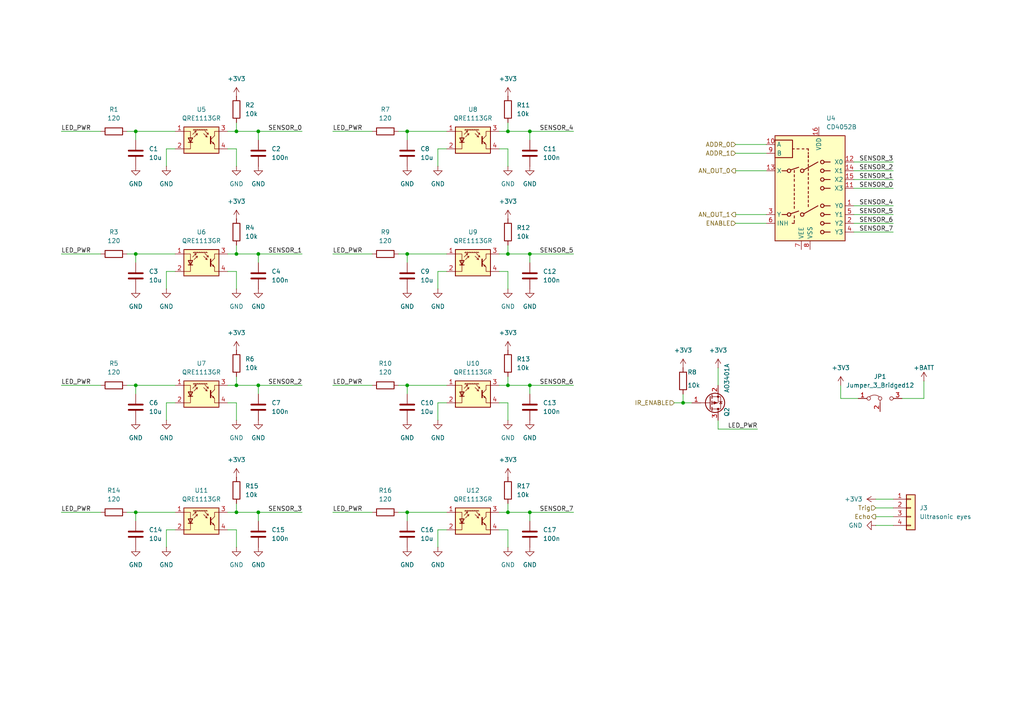
<source format=kicad_sch>
(kicad_sch (version 20250114) (generator "eeschema") (generator_version "9.0")
  (paper "A4")
  (lib_symbols
    (symbol "Analog_Switch:CD4052B"
      (property "Reference" "U" (at -10.16 16.51 0))
      (property "Value" "CD4052B" (at 3.81 16.51 0))
      (symbol "CD4052B_0_1"
        (rectangle (start -10.16 15.24) (end 10.16 -15.24) (stroke (width 0.254)) (fill (type background)))
        (rectangle (start -10.16 8.89) (end -5.08 13.97) (stroke (width 0.254)))
        (polyline (pts (xy -8.128 5.08) (xy -6.604 5.08)) (stroke (width 0.254)))
        (polyline (pts (xy -8.128 -7.62) (xy -6.604 -7.62)) (stroke (width 0.254)))
        (circle (center -6.096 5.08) (radius 0.508) (stroke (width 0.254)))
        (circle (center -6.096 -7.62) (radius 0.508) (stroke (width 0.254)))
        (polyline (pts (xy -5.588 5.334) (xy -3.302 6.096)) (stroke (width 0.254)))
        (polyline (pts (xy -5.588 -7.366) (xy -3.302 -6.604)) (stroke (width 0.254)))
        (polyline (pts (xy -4.572 11.43) (xy -5.08 11.43)) (stroke (width 0.254)))
        (polyline (pts (xy -4.572 4.572) (xy -4.572 5.207)) (stroke (width 0.254)))
        (polyline (pts (xy -4.572 3.302) (xy -4.572 3.937)) (stroke (width 0.254)))
        (polyline (pts (xy -4.572 2.032) (xy -4.572 2.667)) (stroke (width 0.254)))
        (polyline (pts (xy -4.572 0.508) (xy -4.572 1.143)) (stroke (width 0.254)))
        (polyline (pts (xy -4.572 -0.762) (xy -4.572 -0.127)) (stroke (width 0.254)))
        (polyline (pts (xy -4.572 -2.032) (xy -4.572 -1.397)) (stroke (width 0.254)))
        (polyline (pts (xy -4.572 -3.302) (xy -4.572 -2.667)) (stroke (width 0.254)))
        (polyline (pts (xy -4.572 -4.572) (xy -4.572 -3.937)) (stroke (width 0.254)))
        (polyline (pts (xy -4.572 -5.842) (xy -4.572 -5.207)) (stroke (width 0.254)))
        (polyline (pts (xy -4.572 -8.636) (xy -4.572 -8.001)) (stroke (width 0.254)))
        (polyline (pts (xy -4.572 -9.906) (xy -4.572 -9.271)) (stroke (width 0.254)))
        (polyline (pts (xy -4.572 -10.16) (xy -5.207 -10.16)) (stroke (width 0.254)))
        (polyline (pts (xy -3.81 11.43) (xy -3.175 11.43)) (stroke (width 0.254)))
        (circle (center -2.286 5.08) (radius 0.508) (stroke (width 0.254)))
        (circle (center -2.286 -7.62) (radius 0.508) (stroke (width 0.254)))
        (polyline (pts (xy -1.778 11.43) (xy -2.286 11.43)) (stroke (width 0.254)))
        (polyline (pts (xy -1.778 5.334) (xy 2.286 7.62)) (stroke (width 0.254)))
        (polyline (pts (xy -1.778 -7.366) (xy 2.286 -5.08)) (stroke (width 0.254)))
        (polyline (pts (xy -0.508 11.43) (xy -1.016 11.43)) (stroke (width 0.254)))
        (polyline (pts (xy -0.508 10.922) (xy -0.508 11.43)) (stroke (width 0.254)))
        (polyline (pts (xy -0.508 9.906) (xy -0.508 10.414)) (stroke (width 0.254)))
        (polyline (pts (xy -0.508 8.89) (xy -0.508 9.525)) (stroke (width 0.254)))
        (polyline (pts (xy -0.508 8.89) (xy -0.508 9.398)) (stroke (width 0.254)))
        (polyline (pts (xy -0.508 7.62) (xy -0.508 8.255)) (stroke (width 0.254)))
        (polyline (pts (xy -0.508 6.35) (xy -0.508 6.985)) (stroke (width 0.254)))
        (polyline (pts (xy -0.508 5.08) (xy -0.508 5.715)) (stroke (width 0.254)))
        (polyline (pts (xy -0.508 3.81) (xy -0.508 4.445)) (stroke (width 0.254)))
        (polyline (pts (xy -0.508 2.54) (xy -0.508 3.175)) (stroke (width 0.254)))
        (polyline (pts (xy -0.508 1.27) (xy -0.508 1.905)) (stroke (width 0.254)))
        (polyline (pts (xy -0.508 -0.254) (xy -0.508 0.381)) (stroke (width 0.254)))
        (polyline (pts (xy -0.508 -1.524) (xy -0.508 -0.889)) (stroke (width 0.254)))
        (polyline (pts (xy -0.508 -2.794) (xy -0.508 -2.159)) (stroke (width 0.254)))
        (polyline (pts (xy -0.508 -4.064) (xy -0.508 -3.429)) (stroke (width 0.254)))
        (polyline (pts (xy -0.508 -5.334) (xy -0.508 -4.699)) (stroke (width 0.254)))
        (circle (center 3.556 7.62) (radius 0.508) (stroke (width 0.254)))
        (circle (center 3.556 5.08) (radius 0.508) (stroke (width 0.254)))
        (circle (center 3.556 2.54) (radius 0.508) (stroke (width 0.254)))
        (circle (center 3.556 0) (radius 0.508) (stroke (width 0.254)))
        (circle (center 3.556 -5.08) (radius 0.508) (stroke (width 0.254)))
        (circle (center 3.556 -7.62) (radius 0.508) (stroke (width 0.254)))
        (circle (center 3.556 -10.16) (radius 0.508) (stroke (width 0.254)))
        (circle (center 3.556 -12.7) (radius 0.508) (stroke (width 0.254)))
        (polyline (pts (xy 4.064 7.62) (xy 5.842 7.62)) (stroke (width 0.254)))
        (polyline (pts (xy 4.064 5.08) (xy 5.842 5.08)) (stroke (width 0.254)))
        (polyline (pts (xy 4.064 2.54) (xy 5.842 2.54)) (stroke (width 0.254)))
        (polyline (pts (xy 4.064 0) (xy 5.842 0)) (stroke (width 0.254)))
        (polyline (pts (xy 4.064 -5.08) (xy 5.842 -5.08)) (stroke (width 0.254)))
        (polyline (pts (xy 4.064 -7.62) (xy 5.842 -7.62)) (stroke (width 0.254)))
        (polyline (pts (xy 4.064 -10.16) (xy 5.842 -10.16)) (stroke (width 0.254)))
        (polyline (pts (xy 4.064 -12.7) (xy 5.842 -12.7)) (stroke (width 0.254)))
      )
      (symbol "CD4052B_1_1"
        (pin input line (at -12.7 12.7 0) (length 2.54) (name "A") (number "10"))
        (pin input line (at -12.7 10.16 0) (length 2.54) (name "B") (number "9"))
        (pin bidirectional line (at -12.7 5.08 0) (length 2.54) (name "X") (number "13"))
        (pin bidirectional line (at -12.7 -7.62 0) (length 2.54) (name "Y") (number "3"))
        (pin input line (at -12.7 -10.16 0) (length 2.54) (name "INH") (number "6"))
        (pin power_in line (at -2.54 -17.78 90) (length 2.54) (name "VEE") (number "7"))
        (pin power_in line (at 0 -17.78 90) (length 2.54) (name "VSS") (number "8"))
        (pin power_in line (at 2.54 17.78 270) (length 2.54) (name "VDD") (number "16"))
        (pin bidirectional line (at 12.7 7.62 180) (length 2.54) (name "X0") (number "12"))
        (pin bidirectional line (at 12.7 5.08 180) (length 2.54) (name "X1") (number "14"))
        (pin bidirectional line (at 12.7 2.54 180) (length 2.54) (name "X2") (number "15"))
        (pin bidirectional line (at 12.7 0 180) (length 2.54) (name "X3") (number "11"))
        (pin bidirectional line (at 12.7 -5.08 180) (length 2.54) (name "Y0") (number "1"))
        (pin bidirectional line (at 12.7 -7.62 180) (length 2.54) (name "Y1") (number "5"))
        (pin bidirectional line (at 12.7 -10.16 180) (length 2.54) (name "Y2") (number "2"))
        (pin bidirectional line (at 12.7 -12.7 180) (length 2.54) (name "Y3") (number "4"))
      )
    )
    (symbol "Connector_Generic:Conn_01x04" (pin_names (offset 1.016) (hide yes))
      (property "Reference" "J" (at 0 5.08 0))
      (property "Value" "Conn_01x04" (at 0 -7.62 0))
      (symbol "Conn_01x04_1_1"
        (rectangle (start -1.27 3.81) (end 1.27 -6.35) (stroke (width 0.254)) (fill (type background)))
        (rectangle (start -1.27 2.667) (end 0 2.413) (stroke (width 0.1524)))
        (rectangle (start -1.27 0.127) (end 0 -0.127) (stroke (width 0.1524)))
        (rectangle (start -1.27 -2.413) (end 0 -2.667) (stroke (width 0.1524)))
        (rectangle (start -1.27 -4.953) (end 0 -5.207) (stroke (width 0.1524)))
        (pin passive line (at -5.08 2.54 0) (length 3.81) (name "Pin_1") (number "1"))
        (pin passive line (at -5.08 0 0) (length 3.81) (name "Pin_2") (number "2"))
        (pin passive line (at -5.08 -2.54 0) (length 3.81) (name "Pin_3") (number "3"))
        (pin passive line (at -5.08 -5.08 0) (length 3.81) (name "Pin_4") (number "4"))
      )
    )
    (symbol "Device:C" (pin_numbers (hide yes)) (pin_names (offset 0.254))
      (property "Reference" "C" (at 0.635 2.54 0))
      (property "Value" "C" (at 0.635 -2.54 0))
      (symbol "C_0_1"
        (polyline (pts (xy -2.032 0.762) (xy 2.032 0.762)) (stroke (width 0.508)))
        (polyline (pts (xy -2.032 -0.762) (xy 2.032 -0.762)) (stroke (width 0.508)))
      )
      (symbol "C_1_1"
        (pin passive line (at 0 3.81 270) (length 2.794) (name "~") (number "1"))
        (pin passive line (at 0 -3.81 90) (length 2.794) (name "~") (number "2"))
      )
    )
    (symbol "Device:R" (pin_numbers (hide yes)) (pin_names (offset 0))
      (property "Reference" "R" (at 2.032 0 90))
      (property "Value" "R" (at 0 0 90))
      (symbol "R_0_1"
        (rectangle (start -1.016 -2.54) (end 1.016 2.54) (stroke (width 0.254)))
      )
      (symbol "R_1_1"
        (pin passive line (at 0 3.81 270) (length 1.27) (name "~") (number "1"))
        (pin passive line (at 0 -3.81 90) (length 1.27) (name "~") (number "2"))
      )
    )
    (symbol "Jumper:Jumper_3_Bridged12" (pin_names (offset 0) (hide yes)) (in_bom no)
      (property "Reference" "JP" (at -2.54 -2.54 0))
      (property "Value" "Jumper_3_Bridged12" (at 0 2.794 0))
      (symbol "Jumper_3_Bridged12_0_0"
        (circle (center -3.302 0) (radius 0.508))
        (circle (center 0 0) (radius 0.508))
        (circle (center 3.302 0) (radius 0.508))
      )
      (symbol "Jumper_3_Bridged12_0_1"
        (arc (start -3.048 0.508) (mid -1.651 0.9912) (end -0.254 0.508))
        (polyline (pts (xy 0 -1.27) (xy 0 -0.508)))
      )
      (symbol "Jumper_3_Bridged12_1_1"
        (pin passive line (at -6.35 0 0) (length 2.54) (name "A") (number "1"))
        (pin passive line (at 0 -3.81 90) (length 2.54) (name "C") (number "2"))
        (pin passive line (at 6.35 0 180) (length 2.54) (name "B") (number "3"))
      )
    )
    (symbol "Sensor_Proximity:QRE1113GR" (pin_names (offset 0.0254) (hide yes))
      (property "Reference" "U" (at -3.81 5.08 0))
      (property "Value" "QRE1113GR" (at 11.43 5.08 0))
      (symbol "QRE1113GR_0_1"
        (polyline (pts (xy -5.08 -2.54) (xy -3.175 -2.54) (xy -3.175 2.54) (xy -5.08 2.54)))
        (polyline (pts (xy -5.08 -3.81) (xy 5.08 -3.81) (xy 5.08 3.81) (xy -5.08 3.81) (xy -5.08 -3.81)) (stroke (width 0.254)) (fill (type background)))
        (polyline (pts (xy -3.81 -0.635) (xy -2.54 -0.635)) (stroke (width 0.254)))
        (polyline (pts (xy -3.175 -0.635) (xy -3.81 0.635) (xy -2.54 0.635) (xy -3.175 -0.635)) (stroke (width 0.254)))
        (polyline (pts (xy -2.54 1.651) (xy -1.524 2.667) (xy -2.032 2.54)))
        (polyline (pts (xy -2.286 2.921) (xy -2.032 3.175)))
        (polyline (pts (xy -2.159 0.889) (xy -1.143 1.905) (xy -1.651 1.778)))
        (polyline (pts (xy -1.778 2.921) (xy -1.524 3.175)))
        (polyline (pts (xy -1.524 2.667) (xy -1.651 2.159)))
        (polyline (pts (xy -1.27 2.921) (xy -1.016 3.175)))
        (polyline (pts (xy -1.143 1.905) (xy -1.27 1.397)))
        (polyline (pts (xy -0.762 2.921) (xy -0.508 3.175)))
        (polyline (pts (xy -0.254 2.921) (xy 0 3.175)))
        (polyline (pts (xy 0.254 2.921) (xy 0.508 3.175)))
        (polyline (pts (xy 0.635 1.905) (xy 1.651 0.889) (xy 1.524 1.397)))
        (polyline (pts (xy 0.762 2.921) (xy 1.016 3.175)))
        (polyline (pts (xy 1.016 2.667) (xy 2.032 1.651) (xy 1.905 2.159)))
        (polyline (pts (xy 1.27 2.921) (xy 1.524 3.175)))
        (polyline (pts (xy 1.651 0.889) (xy 1.143 1.016)))
        (polyline (pts (xy 1.778 2.921) (xy -2.413 2.921)))
        (polyline (pts (xy 2.032 1.651) (xy 1.524 1.778)))
        (polyline (pts (xy 2.667 1.016) (xy 2.667 -1.016)) (stroke (width 0.3556)))
        (polyline (pts (xy 2.667 0.127) (xy 3.81 1.27)))
        (polyline (pts (xy 2.667 -0.127) (xy 3.81 -1.27)))
        (polyline (pts (xy 3.683 -1.143) (xy 3.429 -0.635) (xy 3.175 -0.889) (xy 3.683 -1.143)))
        (polyline (pts (xy 3.81 1.27) (xy 3.81 2.54) (xy 5.08 2.54)))
        (polyline (pts (xy 3.81 -1.27) (xy 3.81 -2.54) (xy 5.08 -2.54)))
      )
      (symbol "QRE1113GR_1_1"
        (pin passive line (at -7.62 2.54 0) (length 2.54) (name "A") (number "1"))
        (pin passive line (at -7.62 -2.54 0) (length 2.54) (name "K") (number "2"))
        (pin open_collector line (at 7.62 2.54 180) (length 2.54) (name "~") (number "3"))
        (pin open_emitter line (at 7.62 -2.54 180) (length 2.54) (name "~") (number "4"))
      )
    )
    (symbol "Transistor_FET:AO3401A" (pin_names (hide yes))
      (property "Reference" "Q" (at 5.08 1.905 0))
      (property "Value" "AO3401A" (at 5.08 0 0))
      (symbol "AO3401A_0_1"
        (polyline (pts (xy 0.254 1.905) (xy 0.254 -1.905)) (stroke (width 0.254)))
        (polyline (pts (xy 0.254 0) (xy -2.54 0)))
        (polyline (pts (xy 0.762 2.286) (xy 0.762 1.27)) (stroke (width 0.254)))
        (polyline (pts (xy 0.762 1.778) (xy 3.302 1.778) (xy 3.302 -1.778) (xy 0.762 -1.778)))
        (polyline (pts (xy 0.762 0.508) (xy 0.762 -0.508)) (stroke (width 0.254)))
        (polyline (pts (xy 0.762 -1.27) (xy 0.762 -2.286)) (stroke (width 0.254)))
        (circle (center 1.651 0) (radius 2.794) (stroke (width 0.254)))
        (polyline (pts (xy 2.286 0) (xy 1.27 0.381) (xy 1.27 -0.381) (xy 2.286 0)) (fill (type outline)))
        (polyline (pts (xy 2.54 2.54) (xy 2.54 1.778)))
        (circle (center 2.54 1.778) (radius 0.254) (fill (type outline)))
        (circle (center 2.54 -1.778) (radius 0.254) (fill (type outline)))
        (polyline (pts (xy 2.54 -2.54) (xy 2.54 0) (xy 0.762 0)))
        (polyline (pts (xy 2.794 -0.508) (xy 2.921 -0.381) (xy 3.683 -0.381) (xy 3.81 -0.254)))
        (polyline (pts (xy 3.302 -0.381) (xy 2.921 0.254) (xy 3.683 0.254) (xy 3.302 -0.381)))
      )
      (symbol "AO3401A_1_1"
        (pin input line (at -5.08 0 0) (length 2.54) (name "G") (number "1"))
        (pin passive line (at 2.54 5.08 270) (length 2.54) (name "D") (number "3"))
        (pin passive line (at 2.54 -5.08 90) (length 2.54) (name "S") (number "2"))
      )
    )
    (symbol "power:+3V3" (power) (pin_numbers (hide yes)) (pin_names (offset 0) (hide yes))
      (property "Value" "+3V3" (at 0 3.556 0))
      (symbol "+3V3_0_1"
        (polyline (pts (xy -0.762 1.27) (xy 0 2.54)))
        (polyline (pts (xy 0 2.54) (xy 0.762 1.27)))
        (polyline (pts (xy 0 0) (xy 0 2.54)))
      )
      (symbol "+3V3_1_1"
        (pin power_in line (at 0 0 90) (length 0) (name "~") (number "1"))
      )
    )
    (symbol "power:+BATT" (power) (pin_numbers (hide yes)) (pin_names (offset 0) (hide yes))
      (property "Value" "+BATT" (at 0 3.556 0))
      (symbol "+BATT_0_1"
        (polyline (pts (xy -0.762 1.27) (xy 0 2.54)))
        (polyline (pts (xy 0 2.54) (xy 0.762 1.27)))
        (polyline (pts (xy 0 0) (xy 0 2.54)))
      )
      (symbol "+BATT_1_1"
        (pin power_in line (at 0 0 90) (length 0) (name "~") (number "1"))
      )
    )
    (symbol "power:GND" (power) (pin_numbers (hide yes)) (pin_names (offset 0) (hide yes))
      (property "Value" "GND" (at 0 -3.81 0))
      (symbol "GND_0_1"
        (polyline (pts (xy 0 0) (xy 0 -1.27) (xy 1.27 -1.27) (xy 0 -2.54) (xy -1.27 -1.27) (xy 0 -1.27)))
      )
      (symbol "GND_1_1"
        (pin power_in line (at 0 0 270) (length 0) (name "~") (number "1"))
      )
    )
  )
  (junction (at 147.32 148.59))
  (junction (at 118.11 73.66))
  (junction (at 74.93 111.76))
  (junction (at 39.37 148.59))
  (junction (at 147.32 73.66))
  (junction (at 153.67 111.76))
  (junction (at 198.12 116.84))
  (junction (at 74.93 148.59))
  (junction (at 118.11 148.59))
  (junction (at 153.67 148.59))
  (junction (at 147.32 111.76))
  (junction (at 147.32 38.1))
  (junction (at 68.58 73.66))
  (junction (at 74.93 38.1))
  (junction (at 68.58 111.76))
  (junction (at 153.67 38.1))
  (junction (at 118.11 111.76))
  (junction (at 153.67 73.66))
  (junction (at 68.58 148.59))
  (junction (at 39.37 38.1))
  (junction (at 39.37 111.76))
  (junction (at 68.58 38.1))
  (junction (at 39.37 73.66))
  (junction (at 118.11 38.1))
  (junction (at 74.93 73.66))
  (wire (pts (xy 129.54 43.18) (xy 127 43.18)))
  (wire (pts (xy 254 147.32) (xy 259.08 147.32)))
  (wire (pts (xy 147.32 116.84) (xy 144.78 116.84)))
  (wire (pts (xy 118.11 148.59) (xy 129.54 148.59)))
  (wire (pts (xy 259.08 54.61) (xy 247.65 54.61)))
  (wire (pts (xy 68.58 73.66) (xy 66.04 73.66)))
  (wire (pts (xy 74.93 38.1) (xy 68.58 38.1)))
  (wire (pts (xy 39.37 111.76) (xy 39.37 114.3)))
  (wire (pts (xy 259.08 67.31) (xy 247.65 67.31)))
  (wire (pts (xy 259.08 62.23) (xy 247.65 62.23)))
  (wire (pts (xy 68.58 78.74) (xy 66.04 78.74)))
  (wire (pts (xy 127 116.84) (xy 127 121.92)))
  (wire (pts (xy 68.58 121.92) (xy 68.58 116.84)))
  (wire (pts (xy 96.52 73.66) (xy 107.95 73.66)))
  (wire (pts (xy 147.32 109.22) (xy 147.32 111.76)))
  (wire (pts (xy 259.08 46.99) (xy 247.65 46.99)))
  (wire (pts (xy 68.58 83.82) (xy 68.58 78.74)))
  (wire (pts (xy 74.93 148.59) (xy 68.58 148.59)))
  (wire (pts (xy 147.32 148.59) (xy 144.78 148.59)))
  (wire (pts (xy 213.36 44.45) (xy 222.25 44.45)))
  (wire (pts (xy 129.54 78.74) (xy 127 78.74)))
  (wire (pts (xy 17.78 148.59) (xy 29.21 148.59)))
  (wire (pts (xy 48.26 153.67) (xy 48.26 158.75)))
  (wire (pts (xy 213.36 64.77) (xy 222.25 64.77)))
  (wire (pts (xy 153.67 73.66) (xy 147.32 73.66)))
  (wire (pts (xy 74.93 111.76) (xy 68.58 111.76)))
  (wire (pts (xy 147.32 121.92) (xy 147.32 116.84)))
  (wire (pts (xy 74.93 111.76) (xy 87.63 111.76)))
  (wire (pts (xy 259.08 52.07) (xy 247.65 52.07)))
  (wire (pts (xy 74.93 76.2) (xy 74.93 73.66)))
  (wire (pts (xy 198.12 116.84) (xy 200.66 116.84)))
  (wire (pts (xy 153.67 111.76) (xy 147.32 111.76)))
  (wire (pts (xy 213.36 62.23) (xy 222.25 62.23)))
  (wire (pts (xy 115.57 111.76) (xy 118.11 111.76)))
  (wire (pts (xy 36.83 73.66) (xy 39.37 73.66)))
  (wire (pts (xy 118.11 73.66) (xy 129.54 73.66)))
  (wire (pts (xy 50.8 153.67) (xy 48.26 153.67)))
  (wire (pts (xy 243.84 111.76) (xy 243.84 115.57)))
  (wire (pts (xy 74.93 73.66) (xy 68.58 73.66)))
  (wire (pts (xy 36.83 111.76) (xy 39.37 111.76)))
  (wire (pts (xy 208.28 106.68) (xy 208.28 111.76)))
  (wire (pts (xy 74.93 38.1) (xy 87.63 38.1)))
  (wire (pts (xy 68.58 153.67) (xy 66.04 153.67)))
  (wire (pts (xy 127 43.18) (xy 127 48.26)))
  (wire (pts (xy 68.58 35.56) (xy 68.58 38.1)))
  (wire (pts (xy 153.67 40.64) (xy 153.67 38.1)))
  (wire (pts (xy 68.58 109.22) (xy 68.58 111.76)))
  (wire (pts (xy 147.32 48.26) (xy 147.32 43.18)))
  (wire (pts (xy 118.11 38.1) (xy 118.11 40.64)))
  (wire (pts (xy 147.32 73.66) (xy 144.78 73.66)))
  (wire (pts (xy 213.36 49.53) (xy 222.25 49.53)))
  (wire (pts (xy 147.32 71.12) (xy 147.32 73.66)))
  (wire (pts (xy 153.67 148.59) (xy 147.32 148.59)))
  (wire (pts (xy 74.93 40.64) (xy 74.93 38.1)))
  (wire (pts (xy 254 144.78) (xy 259.08 144.78)))
  (wire (pts (xy 68.58 158.75) (xy 68.58 153.67)))
  (wire (pts (xy 195.58 116.84) (xy 198.12 116.84)))
  (wire (pts (xy 129.54 116.84) (xy 127 116.84)))
  (wire (pts (xy 68.58 116.84) (xy 66.04 116.84)))
  (wire (pts (xy 115.57 73.66) (xy 118.11 73.66)))
  (wire (pts (xy 68.58 146.05) (xy 68.58 148.59)))
  (wire (pts (xy 50.8 43.18) (xy 48.26 43.18)))
  (wire (pts (xy 127 153.67) (xy 127 158.75)))
  (wire (pts (xy 48.26 78.74) (xy 48.26 83.82)))
  (wire (pts (xy 68.58 43.18) (xy 66.04 43.18)))
  (wire (pts (xy 147.32 38.1) (xy 144.78 38.1)))
  (wire (pts (xy 254 152.4) (xy 259.08 152.4)))
  (wire (pts (xy 118.11 38.1) (xy 129.54 38.1)))
  (wire (pts (xy 68.58 111.76) (xy 66.04 111.76)))
  (wire (pts (xy 147.32 43.18) (xy 144.78 43.18)))
  (wire (pts (xy 115.57 148.59) (xy 118.11 148.59)))
  (wire (pts (xy 147.32 35.56) (xy 147.32 38.1)))
  (wire (pts (xy 74.93 151.13) (xy 74.93 148.59)))
  (wire (pts (xy 153.67 73.66) (xy 166.37 73.66)))
  (wire (pts (xy 153.67 114.3) (xy 153.67 111.76)))
  (wire (pts (xy 153.67 111.76) (xy 166.37 111.76)))
  (wire (pts (xy 17.78 38.1) (xy 29.21 38.1)))
  (wire (pts (xy 198.12 114.3) (xy 198.12 116.84)))
  (wire (pts (xy 267.97 115.57) (xy 267.97 110.49)))
  (wire (pts (xy 39.37 148.59) (xy 50.8 148.59)))
  (wire (pts (xy 147.32 153.67) (xy 144.78 153.67)))
  (wire (pts (xy 17.78 73.66) (xy 29.21 73.66)))
  (wire (pts (xy 68.58 38.1) (xy 66.04 38.1)))
  (wire (pts (xy 74.93 114.3) (xy 74.93 111.76)))
  (wire (pts (xy 39.37 148.59) (xy 39.37 151.13)))
  (wire (pts (xy 68.58 48.26) (xy 68.58 43.18)))
  (wire (pts (xy 153.67 76.2) (xy 153.67 73.66)))
  (wire (pts (xy 118.11 73.66) (xy 118.11 76.2)))
  (wire (pts (xy 118.11 111.76) (xy 118.11 114.3)))
  (wire (pts (xy 68.58 71.12) (xy 68.58 73.66)))
  (wire (pts (xy 36.83 38.1) (xy 39.37 38.1)))
  (wire (pts (xy 74.93 73.66) (xy 87.63 73.66)))
  (wire (pts (xy 118.11 111.76) (xy 129.54 111.76)))
  (wire (pts (xy 153.67 38.1) (xy 147.32 38.1)))
  (wire (pts (xy 259.08 59.69) (xy 247.65 59.69)))
  (wire (pts (xy 96.52 148.59) (xy 107.95 148.59)))
  (wire (pts (xy 36.83 148.59) (xy 39.37 148.59)))
  (wire (pts (xy 147.32 83.82) (xy 147.32 78.74)))
  (wire (pts (xy 50.8 116.84) (xy 48.26 116.84)))
  (wire (pts (xy 115.57 38.1) (xy 118.11 38.1)))
  (wire (pts (xy 48.26 43.18) (xy 48.26 48.26)))
  (wire (pts (xy 48.26 116.84) (xy 48.26 121.92)))
  (wire (pts (xy 39.37 73.66) (xy 50.8 73.66)))
  (wire (pts (xy 259.08 49.53) (xy 247.65 49.53)))
  (wire (pts (xy 39.37 111.76) (xy 50.8 111.76)))
  (wire (pts (xy 254 149.86) (xy 259.08 149.86)))
  (wire (pts (xy 153.67 38.1) (xy 166.37 38.1)))
  (wire (pts (xy 261.62 115.57) (xy 267.97 115.57)))
  (wire (pts (xy 208.28 124.46) (xy 219.71 124.46)))
  (wire (pts (xy 39.37 73.66) (xy 39.37 76.2)))
  (wire (pts (xy 208.28 121.92) (xy 208.28 124.46)))
  (wire (pts (xy 96.52 38.1) (xy 107.95 38.1)))
  (wire (pts (xy 147.32 158.75) (xy 147.32 153.67)))
  (wire (pts (xy 127 78.74) (xy 127 83.82)))
  (wire (pts (xy 96.52 111.76) (xy 107.95 111.76)))
  (wire (pts (xy 147.32 146.05) (xy 147.32 148.59)))
  (wire (pts (xy 147.32 111.76) (xy 144.78 111.76)))
  (wire (pts (xy 39.37 38.1) (xy 50.8 38.1)))
  (wire (pts (xy 118.11 148.59) (xy 118.11 151.13)))
  (wire (pts (xy 147.32 78.74) (xy 144.78 78.74)))
  (wire (pts (xy 153.67 148.59) (xy 166.37 148.59)))
  (wire (pts (xy 17.78 111.76) (xy 29.21 111.76)))
  (wire (pts (xy 50.8 78.74) (xy 48.26 78.74)))
  (wire (pts (xy 129.54 153.67) (xy 127 153.67)))
  (wire (pts (xy 153.67 151.13) (xy 153.67 148.59)))
  (wire (pts (xy 39.37 38.1) (xy 39.37 40.64)))
  (wire (pts (xy 74.93 148.59) (xy 87.63 148.59)))
  (wire (pts (xy 259.08 64.77) (xy 247.65 64.77)))
  (wire (pts (xy 243.84 115.57) (xy 248.92 115.57)))
  (wire (pts (xy 213.36 41.91) (xy 222.25 41.91)))
  (wire (pts (xy 68.58 148.59) (xy 66.04 148.59)))
  (label "SENSOR_5" (at 166.37 73.66 180))
  (label "SENSOR_5" (at 259.08 62.23 180))
  (label "SENSOR_0" (at 87.63 38.1 180))
  (label "SENSOR_7" (at 166.37 148.59 180))
  (label "SENSOR_3" (at 87.63 148.59 180))
  (label "LED_PWR" (at 17.78 38.1 0))
  (label "LED_PWR" (at 96.52 111.76 0))
  (label "LED_PWR" (at 96.52 148.59 0))
  (label "SENSOR_7" (at 259.08 67.31 180))
  (label "LED_PWR" (at 17.78 148.59 0))
  (label "LED_PWR" (at 219.71 124.46 180))
  (label "SENSOR_4" (at 166.37 38.1 180))
  (label "LED_PWR" (at 17.78 73.66 0))
  (label "LED_PWR" (at 96.52 73.66 0))
  (label "SENSOR_1" (at 87.63 73.66 180))
  (label "SENSOR_0" (at 259.08 54.61 180))
  (label "SENSOR_1" (at 259.08 52.07 180))
  (label "SENSOR_6" (at 259.08 64.77 180))
  (label "SENSOR_2" (at 87.63 111.76 180))
  (label "SENSOR_4" (at 259.08 59.69 180))
  (label "LED_PWR" (at 17.78 111.76 0))
  (label "SENSOR_2" (at 259.08 49.53 180))
  (label "SENSOR_6" (at 166.37 111.76 180))
  (label "LED_PWR" (at 96.52 38.1 0))
  (label "SENSOR_3" (at 259.08 46.99 180))
  (hierarchical_label "AN_OUT_1" (shape output) (at 213.36 62.23 180))
  (hierarchical_label "AN_OUT_0" (shape output) (at 213.36 49.53 180))
  (hierarchical_label "ENABLE" (shape input) (at 213.36 64.77 180))
  (hierarchical_label "ADDR_1" (shape input) (at 213.36 44.45 180))
  (hierarchical_label "Trig" (shape input) (at 254 147.32 180))
  (hierarchical_label "IR_ENABLE" (shape input) (at 195.58 116.84 180))
  (hierarchical_label "Echo" (shape output) (at 254 149.86 180))
  (hierarchical_label "ADDR_0" (shape input) (at 213.36 41.91 180))
  (symbol (lib_id "power:GND") (at 39.37 83.82 0) (unit 1)
    (property "Reference" "#PWR014" (effects (hide yes)))
    (property "Value" "GND" (at 39.37 88.9 0))
    (property "Description" "Power symbol creates a global label with name \"GND\" , ground" (effects (hide yes)))
  )
  (symbol (lib_id "Device:C") (at 74.93 44.45 0) (unit 1)
    (property "Reference" "C2" (at 78.74 43.1799 0) (effects (justify left)))
    (property "Value" "100n" (at 78.74 45.7199 0) (effects (justify left)))
    (property "Footprint" "Capacitor_SMD:C_0603_1608Metric_Pad1.08x0.95mm_HandSolder" (effects (hide yes)))
    (property "Description" "Unpolarized capacitor" (effects (hide yes)))
  )
  (symbol (lib_id "Device:C") (at 153.67 44.45 0) (unit 1)
    (property "Reference" "C11" (at 157.48 43.1799 0) (effects (justify left)))
    (property "Value" "100n" (at 157.48 45.7199 0) (effects (justify left)))
    (property "Footprint" "Capacitor_SMD:C_0603_1608Metric_Pad1.08x0.95mm_HandSolder" (effects (hide yes)))
    (property "Description" "Unpolarized capacitor" (effects (hide yes)))
  )
  (symbol (lib_id "power:GND") (at 118.11 83.82 0) (unit 1)
    (property "Reference" "#PWR031" (effects (hide yes)))
    (property "Value" "GND" (at 118.11 88.9 0))
    (property "Description" "Power symbol creates a global label with name \"GND\" , ground" (effects (hide yes)))
  )
  (symbol (lib_id "power:GND") (at 147.32 121.92 0) (unit 1)
    (property "Reference" "#PWR047" (effects (hide yes)))
    (property "Value" "GND" (at 147.32 127 0))
    (property "Description" "Power symbol creates a global label with name \"GND\" , ground" (effects (hide yes)))
  )
  (symbol (lib_id "power:+3V3") (at 198.12 106.68 0) (unit 1)
    (property "Reference" "#PWR026" (effects (hide yes)))
    (property "Value" "+3V3" (at 198.12 101.6 0))
    (property "Description" "Power symbol creates a global label with name \"+3V3\"" (effects (hide yes)))
  )
  (symbol (lib_id "Sensor_Proximity:QRE1113GR") (at 58.42 40.64 0) (unit 1)
    (property "Reference" "U5" (at 58.42 31.75 0))
    (property "Value" "QRE1113GR" (at 58.42 34.29 0))
    (property "Footprint" "OptoDevice:OnSemi_CASE100CY" (effects (hide yes)))
    (property "Datasheet" "http://www.onsemi.com/pub/Collateral/QRE1113-D.PDF" (effects (hide yes)))
    (property "Description" "Miniature Reflective Optical Object Sensor, SMD-4" (effects (hide yes)))
  )
  (symbol (lib_id "power:+3V3") (at 147.32 101.6 0) (unit 1)
    (property "Reference" "#PWR046" (effects (hide yes)))
    (property "Value" "+3V3" (at 147.32 96.52 0))
    (property "Description" "Power symbol creates a global label with name \"+3V3\"" (effects (hide yes)))
  )
  (symbol (lib_id "Device:R") (at 111.76 73.66 90) (unit 1)
    (property "Reference" "R9" (at 111.76 67.31 90))
    (property "Value" "120" (at 111.76 69.85 90))
    (property "Footprint" "Resistor_SMD:R_0603_1608Metric_Pad0.98x0.95mm_HandSolder" (effects (hide yes)))
    (property "Description" "Resistor" (effects (hide yes)))
  )
  (symbol (lib_id "Device:R") (at 147.32 67.31 180) (unit 1)
    (property "Reference" "R12" (at 149.86 66.0399 0) (effects (justify right)))
    (property "Value" "10k" (at 149.86 68.5799 0) (effects (justify right)))
    (property "Footprint" "Resistor_SMD:R_0603_1608Metric_Pad0.98x0.95mm_HandSolder" (effects (hide yes)))
    (property "Description" "Resistor" (effects (hide yes)))
  )
  (symbol (lib_id "power:+3V3") (at 147.32 138.43 0) (unit 1)
    (property "Reference" "#PWR058" (effects (hide yes)))
    (property "Value" "+3V3" (at 147.32 133.35 0))
    (property "Description" "Power symbol creates a global label with name \"+3V3\"" (effects (hide yes)))
  )
  (symbol (lib_id "power:GND") (at 74.93 158.75 0) (unit 1)
    (property "Reference" "#PWR055" (effects (hide yes)))
    (property "Value" "GND" (at 74.93 163.83 0))
    (property "Description" "Power symbol creates a global label with name \"GND\" , ground" (effects (hide yes)))
  )
  (symbol (lib_id "Sensor_Proximity:QRE1113GR") (at 137.16 76.2 0) (unit 1)
    (property "Reference" "U9" (at 137.16 67.31 0))
    (property "Value" "QRE1113GR" (at 137.16 69.85 0))
    (property "Footprint" "OptoDevice:OnSemi_CASE100CY" (effects (hide yes)))
    (property "Datasheet" "http://www.onsemi.com/pub/Collateral/QRE1113-D.PDF" (effects (hide yes)))
    (property "Description" "Miniature Reflective Optical Object Sensor, SMD-4" (effects (hide yes)))
  )
  (symbol (lib_id "Device:C") (at 39.37 44.45 0) (unit 1)
    (property "Reference" "C1" (at 43.18 43.1799 0) (effects (justify left)))
    (property "Value" "10u" (at 43.18 45.7199 0) (effects (justify left)))
    (property "Footprint" "Capacitor_SMD:C_0603_1608Metric_Pad1.08x0.95mm_HandSolder" (effects (hide yes)))
    (property "Description" "Unpolarized capacitor" (effects (hide yes)))
  )
  (symbol (lib_id "power:+3V3") (at 254 144.78 90) (unit 1)
    (property "Reference" "#PWR061" (effects (hide yes)))
    (property "Value" "+3V3" (at 250.19 144.7799 90) (effects (justify left)))
    (property "Description" "Power symbol creates a global label with name \"+3V3\"" (effects (hide yes)))
  )
  (symbol (lib_id "power:+3V3") (at 68.58 63.5 0) (unit 1)
    (property "Reference" "#PWR016" (effects (hide yes)))
    (property "Value" "+3V3" (at 68.58 58.42 0))
    (property "Description" "Power symbol creates a global label with name \"+3V3\"" (effects (hide yes)))
  )
  (symbol (lib_id "power:+3V3") (at 208.28 106.68 0) (unit 1)
    (property "Reference" "#PWR024" (effects (hide yes)))
    (property "Value" "+3V3" (at 208.28 101.6 0))
    (property "Description" "Power symbol creates a global label with name \"+3V3\"" (effects (hide yes)))
  )
  (symbol (lib_id "power:GND") (at 153.67 48.26 0) (unit 1)
    (property "Reference" "#PWR048" (effects (hide yes)))
    (property "Value" "GND" (at 153.67 53.34 0))
    (property "Description" "Power symbol creates a global label with name \"GND\" , ground" (effects (hide yes)))
  )
  (symbol (lib_id "Connector_Generic:Conn_01x04") (at 264.16 147.32 0) (unit 1)
    (property "Reference" "J3" (at 266.7 147.3199 0) (effects (justify left)))
    (property "Value" "Ultrasonic eyes" (at 266.7 149.8599 0) (effects (justify left)))
    (property "Footprint" "Connector_PinSocket_2.54mm:PinSocket_1x04_P2.54mm_Vertical" (effects (hide yes)))
    (property "Description" "Generic connector, single row, 01x04, script generated (kicad-library-utils/schlib/autogen/connector/)" (effects (hide yes)))
  )
  (symbol (lib_id "power:GND") (at 48.26 121.92 0) (unit 1)
    (property "Reference" "#PWR020" (effects (hide yes)))
    (property "Value" "GND" (at 48.26 127 0))
    (property "Description" "Power symbol creates a global label with name \"GND\" , ground" (effects (hide yes)))
  )
  (symbol (lib_id "Device:C") (at 39.37 118.11 0) (unit 1)
    (property "Reference" "C6" (at 43.18 116.8399 0) (effects (justify left)))
    (property "Value" "10u" (at 43.18 119.3799 0) (effects (justify left)))
    (property "Footprint" "Capacitor_SMD:C_0603_1608Metric_Pad1.08x0.95mm_HandSolder" (effects (hide yes)))
    (property "Description" "Unpolarized capacitor" (effects (hide yes)))
  )
  (symbol (lib_id "power:GND") (at 48.26 48.26 0) (unit 1)
    (property "Reference" "#PWR09" (effects (hide yes)))
    (property "Value" "GND" (at 48.26 53.34 0))
    (property "Description" "Power symbol creates a global label with name \"GND\" , ground" (effects (hide yes)))
  )
  (symbol (lib_id "Device:C") (at 153.67 154.94 0) (unit 1)
    (property "Reference" "C17" (at 157.48 153.6699 0) (effects (justify left)))
    (property "Value" "100n" (at 157.48 156.2099 0) (effects (justify left)))
    (property "Footprint" "Capacitor_SMD:C_0603_1608Metric_Pad1.08x0.95mm_HandSolder" (effects (hide yes)))
    (property "Description" "Unpolarized capacitor" (effects (hide yes)))
  )
  (symbol (lib_id "power:+3V3") (at 68.58 27.94 0) (unit 1)
    (property "Reference" "#PWR012" (effects (hide yes)))
    (property "Value" "+3V3" (at 68.58 22.86 0))
    (property "Description" "Power symbol creates a global label with name \"+3V3\"" (effects (hide yes)))
  )
  (symbol (lib_id "power:GND") (at 68.58 158.75 0) (unit 1)
    (property "Reference" "#PWR054" (effects (hide yes)))
    (property "Value" "GND" (at 68.58 163.83 0))
    (property "Description" "Power symbol creates a global label with name \"GND\" , ground" (effects (hide yes)))
  )
  (symbol (lib_id "power:GND") (at 127 121.92 0) (unit 1)
    (property "Reference" "#PWR037" (effects (hide yes)))
    (property "Value" "GND" (at 127 127 0))
    (property "Description" "Power symbol creates a global label with name \"GND\" , ground" (effects (hide yes)))
  )
  (symbol (lib_id "Device:C") (at 153.67 80.01 0) (unit 1)
    (property "Reference" "C12" (at 157.48 78.7399 0) (effects (justify left)))
    (property "Value" "100n" (at 157.48 81.2799 0) (effects (justify left)))
    (property "Footprint" "Capacitor_SMD:C_0603_1608Metric_Pad1.08x0.95mm_HandSolder" (effects (hide yes)))
    (property "Description" "Unpolarized capacitor" (effects (hide yes)))
  )
  (symbol (lib_id "power:GND") (at 118.11 121.92 0) (unit 1)
    (property "Reference" "#PWR032" (effects (hide yes)))
    (property "Value" "GND" (at 118.11 127 0))
    (property "Description" "Power symbol creates a global label with name \"GND\" , ground" (effects (hide yes)))
  )
  (symbol (lib_id "power:GND") (at 74.93 48.26 0) (unit 1)
    (property "Reference" "#PWR013" (effects (hide yes)))
    (property "Value" "GND" (at 74.93 53.34 0))
    (property "Description" "Power symbol creates a global label with name \"GND\" , ground" (effects (hide yes)))
  )
  (symbol (lib_id "Device:C") (at 39.37 80.01 0) (unit 1)
    (property "Reference" "C3" (at 43.18 78.7399 0) (effects (justify left)))
    (property "Value" "10u" (at 43.18 81.2799 0) (effects (justify left)))
    (property "Footprint" "Capacitor_SMD:C_0603_1608Metric_Pad1.08x0.95mm_HandSolder" (effects (hide yes)))
    (property "Description" "Unpolarized capacitor" (effects (hide yes)))
  )
  (symbol (lib_id "Device:R") (at 33.02 111.76 90) (unit 1)
    (property "Reference" "R5" (at 33.02 105.41 90))
    (property "Value" "120" (at 33.02 107.95 90))
    (property "Footprint" "Resistor_SMD:R_0603_1608Metric_Pad0.98x0.95mm_HandSolder" (effects (hide yes)))
    (property "Description" "Resistor" (effects (hide yes)))
  )
  (symbol (lib_id "Sensor_Proximity:QRE1113GR") (at 137.16 151.13 0) (unit 1)
    (property "Reference" "U12" (at 137.16 142.24 0))
    (property "Value" "QRE1113GR" (at 137.16 144.78 0))
    (property "Footprint" "OptoDevice:OnSemi_CASE100CY" (effects (hide yes)))
    (property "Datasheet" "http://www.onsemi.com/pub/Collateral/QRE1113-D.PDF" (effects (hide yes)))
    (property "Description" "Miniature Reflective Optical Object Sensor, SMD-4" (effects (hide yes)))
  )
  (symbol (lib_id "Transistor_FET:AO3401A") (at 205.74 116.84 0) (mirror x) (unit 1)
    (property "Reference" "Q2" (at 210.82 118.11 90) (effects (justify left)))
    (property "Value" "AO3401A" (at 210.82 105.41 90) (effects (justify left)))
    (property "Footprint" "Package_TO_SOT_SMD:SOT-23" (effects (hide yes)))
    (property "Datasheet" "http://www.aosmd.com/pdfs/datasheet/AO3401A.pdf" (effects (hide yes)))
    (property "LCSC" "C2938367" (effects (hide yes)))
  )
  (symbol (lib_id "power:+3V3") (at 147.32 63.5 0) (unit 1)
    (property "Reference" "#PWR041" (effects (hide yes)))
    (property "Value" "+3V3" (at 147.32 58.42 0))
    (property "Description" "Power symbol creates a global label with name \"+3V3\"" (effects (hide yes)))
  )
  (symbol (lib_id "Device:C") (at 118.11 44.45 0) (unit 1)
    (property "Reference" "C8" (at 121.92 43.1799 0) (effects (justify left)))
    (property "Value" "10u" (at 121.92 45.7199 0) (effects (justify left)))
    (property "Footprint" "Capacitor_SMD:C_0603_1608Metric_Pad1.08x0.95mm_HandSolder" (effects (hide yes)))
    (property "Description" "Unpolarized capacitor" (effects (hide yes)))
  )
  (symbol (lib_id "Device:C") (at 118.11 154.94 0) (unit 1)
    (property "Reference" "C16" (at 121.92 153.6699 0) (effects (justify left)))
    (property "Value" "10u" (at 121.92 156.2099 0) (effects (justify left)))
    (property "Footprint" "Capacitor_SMD:C_0603_1608Metric_Pad1.08x0.95mm_HandSolder" (effects (hide yes)))
    (property "Description" "Unpolarized capacitor" (effects (hide yes)))
  )
  (symbol (lib_id "power:GND") (at 74.93 83.82 0) (unit 1)
    (property "Reference" "#PWR018" (effects (hide yes)))
    (property "Value" "GND" (at 74.93 88.9 0))
    (property "Description" "Power symbol creates a global label with name \"GND\" , ground" (effects (hide yes)))
  )
  (symbol (lib_id "Sensor_Proximity:QRE1113GR") (at 58.42 76.2 0) (unit 1)
    (property "Reference" "U6" (at 58.42 67.31 0))
    (property "Value" "QRE1113GR" (at 58.42 69.85 0))
    (property "Footprint" "OptoDevice:OnSemi_CASE100CY" (effects (hide yes)))
    (property "Datasheet" "http://www.onsemi.com/pub/Collateral/QRE1113-D.PDF" (effects (hide yes)))
    (property "Description" "Miniature Reflective Optical Object Sensor, SMD-4" (effects (hide yes)))
  )
  (symbol (lib_id "Device:C") (at 118.11 80.01 0) (unit 1)
    (property "Reference" "C9" (at 121.92 78.7399 0) (effects (justify left)))
    (property "Value" "10u" (at 121.92 81.2799 0) (effects (justify left)))
    (property "Footprint" "Capacitor_SMD:C_0603_1608Metric_Pad1.08x0.95mm_HandSolder" (effects (hide yes)))
    (property "Description" "Unpolarized capacitor" (effects (hide yes)))
  )
  (symbol (lib_id "Device:R") (at 68.58 67.31 180) (unit 1)
    (property "Reference" "R4" (at 71.12 66.0399 0) (effects (justify right)))
    (property "Value" "10k" (at 71.12 68.5799 0) (effects (justify right)))
    (property "Footprint" "Resistor_SMD:R_0603_1608Metric_Pad0.98x0.95mm_HandSolder" (effects (hide yes)))
    (property "Description" "Resistor" (effects (hide yes)))
  )
  (symbol (lib_id "Device:C") (at 74.93 118.11 0) (unit 1)
    (property "Reference" "C7" (at 78.74 116.8399 0) (effects (justify left)))
    (property "Value" "100n" (at 78.74 119.3799 0) (effects (justify left)))
    (property "Footprint" "Capacitor_SMD:C_0603_1608Metric_Pad1.08x0.95mm_HandSolder" (effects (hide yes)))
    (property "Description" "Unpolarized capacitor" (effects (hide yes)))
  )
  (symbol (lib_id "Sensor_Proximity:QRE1113GR") (at 137.16 114.3 0) (unit 1)
    (property "Reference" "U10" (at 137.16 105.41 0))
    (property "Value" "QRE1113GR" (at 137.16 107.95 0))
    (property "Footprint" "OptoDevice:OnSemi_CASE100CY" (effects (hide yes)))
    (property "Datasheet" "http://www.onsemi.com/pub/Collateral/QRE1113-D.PDF" (effects (hide yes)))
    (property "Description" "Miniature Reflective Optical Object Sensor, SMD-4" (effects (hide yes)))
  )
  (symbol (lib_id "power:GND") (at 153.67 158.75 0) (unit 1)
    (property "Reference" "#PWR060" (effects (hide yes)))
    (property "Value" "GND" (at 153.67 163.83 0))
    (property "Description" "Power symbol creates a global label with name \"GND\" , ground" (effects (hide yes)))
  )
  (symbol (lib_id "power:GND") (at 127 83.82 0) (unit 1)
    (property "Reference" "#PWR036" (effects (hide yes)))
    (property "Value" "GND" (at 127 88.9 0))
    (property "Description" "Power symbol creates a global label with name \"GND\" , ground" (effects (hide yes)))
  )
  (symbol (lib_id "Device:R") (at 147.32 105.41 180) (unit 1)
    (property "Reference" "R13" (at 149.86 104.1399 0) (effects (justify right)))
    (property "Value" "10k" (at 149.86 106.6799 0) (effects (justify right)))
    (property "Footprint" "Resistor_SMD:R_0603_1608Metric_Pad0.98x0.95mm_HandSolder" (effects (hide yes)))
    (property "Description" "Resistor" (effects (hide yes)))
  )
  (symbol (lib_id "power:GND") (at 74.93 121.92 0) (unit 1)
    (property "Reference" "#PWR023" (effects (hide yes)))
    (property "Value" "GND" (at 74.93 127 0))
    (property "Description" "Power symbol creates a global label with name \"GND\" , ground" (effects (hide yes)))
  )
  (symbol (lib_id "power:GND") (at 153.67 83.82 0) (unit 1)
    (property "Reference" "#PWR049" (effects (hide yes)))
    (property "Value" "GND" (at 153.67 88.9 0))
    (property "Description" "Power symbol creates a global label with name \"GND\" , ground" (effects (hide yes)))
  )
  (symbol (lib_id "Device:R") (at 68.58 142.24 180) (unit 1)
    (property "Reference" "R15" (at 71.12 140.9699 0) (effects (justify right)))
    (property "Value" "10k" (at 71.12 143.5099 0) (effects (justify right)))
    (property "Footprint" "Resistor_SMD:R_0603_1608Metric_Pad0.98x0.95mm_HandSolder" (effects (hide yes)))
    (property "Description" "Resistor" (effects (hide yes)))
  )
  (symbol (lib_id "power:GND") (at 39.37 158.75 0) (unit 1)
    (property "Reference" "#PWR051" (effects (hide yes)))
    (property "Value" "GND" (at 39.37 163.83 0))
    (property "Description" "Power symbol creates a global label with name \"GND\" , ground" (effects (hide yes)))
  )
  (symbol (lib_id "Device:C") (at 74.93 80.01 0) (unit 1)
    (property "Reference" "C4" (at 78.74 78.7399 0) (effects (justify left)))
    (property "Value" "100n" (at 78.74 81.2799 0) (effects (justify left)))
    (property "Footprint" "Capacitor_SMD:C_0603_1608Metric_Pad1.08x0.95mm_HandSolder" (effects (hide yes)))
    (property "Description" "Unpolarized capacitor" (effects (hide yes)))
  )
  (symbol (lib_id "power:GND") (at 153.67 121.92 0) (unit 1)
    (property "Reference" "#PWR050" (effects (hide yes)))
    (property "Value" "GND" (at 153.67 127 0))
    (property "Description" "Power symbol creates a global label with name \"GND\" , ground" (effects (hide yes)))
  )
  (symbol (lib_id "power:GND") (at 48.26 83.82 0) (unit 1)
    (property "Reference" "#PWR015" (effects (hide yes)))
    (property "Value" "GND" (at 48.26 88.9 0))
    (property "Description" "Power symbol creates a global label with name \"GND\" , ground" (effects (hide yes)))
  )
  (symbol (lib_id "power:GND") (at 39.37 121.92 0) (unit 1)
    (property "Reference" "#PWR019" (effects (hide yes)))
    (property "Value" "GND" (at 39.37 127 0))
    (property "Description" "Power symbol creates a global label with name \"GND\" , ground" (effects (hide yes)))
  )
  (symbol (lib_id "Device:R") (at 147.32 142.24 180) (unit 1)
    (property "Reference" "R17" (at 149.86 140.9699 0) (effects (justify right)))
    (property "Value" "10k" (at 149.86 143.5099 0) (effects (justify right)))
    (property "Footprint" "Resistor_SMD:R_0603_1608Metric_Pad0.98x0.95mm_HandSolder" (effects (hide yes)))
    (property "Description" "Resistor" (effects (hide yes)))
  )
  (symbol (lib_id "power:GND") (at 127 48.26 0) (unit 1)
    (property "Reference" "#PWR035" (effects (hide yes)))
    (property "Value" "GND" (at 127 53.34 0))
    (property "Description" "Power symbol creates a global label with name \"GND\" , ground" (effects (hide yes)))
  )
  (symbol (lib_id "power:GND") (at 68.58 83.82 0) (unit 1)
    (property "Reference" "#PWR017" (effects (hide yes)))
    (property "Value" "GND" (at 68.58 88.9 0))
    (property "Description" "Power symbol creates a global label with name \"GND\" , ground" (effects (hide yes)))
  )
  (symbol (lib_id "Sensor_Proximity:QRE1113GR") (at 58.42 114.3 0) (unit 1)
    (property "Reference" "U7" (at 58.42 105.41 0))
    (property "Value" "QRE1113GR" (at 58.42 107.95 0))
    (property "Footprint" "OptoDevice:OnSemi_CASE100CY" (effects (hide yes)))
    (property "Datasheet" "http://www.onsemi.com/pub/Collateral/QRE1113-D.PDF" (effects (hide yes)))
    (property "Description" "Miniature Reflective Optical Object Sensor, SMD-4" (effects (hide yes)))
  )
  (symbol (lib_id "power:+BATT") (at 267.97 110.49 0) (unit 1)
    (property "Reference" "#PWR027" (effects (hide yes)))
    (property "Value" "+BATT" (at 267.97 106.68 0))
  )
  (symbol (lib_id "Device:C") (at 39.37 154.94 0) (unit 1)
    (property "Reference" "C14" (at 43.18 153.6699 0) (effects (justify left)))
    (property "Value" "10u" (at 43.18 156.2099 0) (effects (justify left)))
    (property "Footprint" "Capacitor_SMD:C_0603_1608Metric_Pad1.08x0.95mm_HandSolder" (effects (hide yes)))
    (property "Description" "Unpolarized capacitor" (effects (hide yes)))
  )
  (symbol (lib_id "Device:R") (at 33.02 38.1 90) (unit 1)
    (property "Reference" "R1" (at 33.02 31.75 90))
    (property "Value" "120" (at 33.02 34.29 90))
    (property "Footprint" "Resistor_SMD:R_0603_1608Metric_Pad0.98x0.95mm_HandSolder" (effects (hide yes)))
    (property "Description" "Resistor" (effects (hide yes)))
  )
  (symbol (lib_id "power:GND") (at 127 158.75 0) (unit 1)
    (property "Reference" "#PWR057" (effects (hide yes)))
    (property "Value" "GND" (at 127 163.83 0))
    (property "Description" "Power symbol creates a global label with name \"GND\" , ground" (effects (hide yes)))
  )
  (symbol (lib_id "Device:R") (at 198.12 110.49 180) (unit 1)
    (property "Reference" "R8" (at 199.39 107.95 0) (effects (justify right)))
    (property "Value" "10k" (at 199.39 111.76 0) (effects (justify right)))
    (property "Footprint" "Resistor_SMD:R_0603_1608Metric" (effects (hide yes)))
    (property "LCSC" "C25744" (effects (hide yes)))
  )
  (symbol (lib_id "Device:C") (at 153.67 118.11 0) (unit 1)
    (property "Reference" "C13" (at 157.48 116.8399 0) (effects (justify left)))
    (property "Value" "100n" (at 157.48 119.3799 0) (effects (justify left)))
    (property "Footprint" "Capacitor_SMD:C_0603_1608Metric_Pad1.08x0.95mm_HandSolder" (effects (hide yes)))
    (property "Description" "Unpolarized capacitor" (effects (hide yes)))
  )
  (symbol (lib_id "power:GND") (at 118.11 48.26 0) (unit 1)
    (property "Reference" "#PWR028" (effects (hide yes)))
    (property "Value" "GND" (at 118.11 53.34 0))
    (property "Description" "Power symbol creates a global label with name \"GND\" , ground" (effects (hide yes)))
  )
  (symbol (lib_id "Device:C") (at 74.93 154.94 0) (unit 1)
    (property "Reference" "C15" (at 78.74 153.6699 0) (effects (justify left)))
    (property "Value" "100n" (at 78.74 156.2099 0) (effects (justify left)))
    (property "Footprint" "Capacitor_SMD:C_0603_1608Metric_Pad1.08x0.95mm_HandSolder" (effects (hide yes)))
    (property "Description" "Unpolarized capacitor" (effects (hide yes)))
  )
  (symbol (lib_id "power:GND") (at 68.58 48.26 0) (unit 1)
    (property "Reference" "#PWR011" (effects (hide yes)))
    (property "Value" "GND" (at 68.58 53.34 0))
    (property "Description" "Power symbol creates a global label with name \"GND\" , ground" (effects (hide yes)))
  )
  (symbol (lib_id "Device:R") (at 33.02 73.66 90) (unit 1)
    (property "Reference" "R3" (at 33.02 67.31 90))
    (property "Value" "120" (at 33.02 69.85 90))
    (property "Footprint" "Resistor_SMD:R_0603_1608Metric_Pad0.98x0.95mm_HandSolder" (effects (hide yes)))
    (property "Description" "Resistor" (effects (hide yes)))
  )
  (symbol (lib_id "Device:R") (at 33.02 148.59 90) (unit 1)
    (property "Reference" "R14" (at 33.02 142.24 90))
    (property "Value" "120" (at 33.02 144.78 90))
    (property "Footprint" "Resistor_SMD:R_0603_1608Metric_Pad0.98x0.95mm_HandSolder" (effects (hide yes)))
    (property "Description" "Resistor" (effects (hide yes)))
  )
  (symbol (lib_id "power:GND") (at 118.11 158.75 0) (unit 1)
    (property "Reference" "#PWR056" (effects (hide yes)))
    (property "Value" "GND" (at 118.11 163.83 0))
    (property "Description" "Power symbol creates a global label with name \"GND\" , ground" (effects (hide yes)))
  )
  (symbol (lib_id "power:+3V3") (at 68.58 138.43 0) (unit 1)
    (property "Reference" "#PWR053" (effects (hide yes)))
    (property "Value" "+3V3" (at 68.58 133.35 0))
    (property "Description" "Power symbol creates a global label with name \"+3V3\"" (effects (hide yes)))
  )
  (symbol (lib_id "power:GND") (at 48.26 158.75 0) (unit 1)
    (property "Reference" "#PWR052" (effects (hide yes)))
    (property "Value" "GND" (at 48.26 163.83 0))
    (property "Description" "Power symbol creates a global label with name \"GND\" , ground" (effects (hide yes)))
  )
  (symbol (lib_id "power:+3V3") (at 68.58 101.6 0) (unit 1)
    (property "Reference" "#PWR021" (effects (hide yes)))
    (property "Value" "+3V3" (at 68.58 96.52 0))
    (property "Description" "Power symbol creates a global label with name \"+3V3\"" (effects (hide yes)))
  )
  (symbol (lib_id "Jumper:Jumper_3_Bridged12") (at 255.27 115.57 0) (unit 1) (in_bom no)
    (property "Reference" "JP1" (at 255.27 109.22 0))
    (property "Value" "Jumper_3_Bridged12" (at 255.27 111.76 0))
    (property "Footprint" "Connector_PinHeader_2.54mm:PinHeader_1x03_P2.54mm_Vertical" (effects (hide yes)))
    (property "Description" "Jumper, 3-pole, pins 1+2 closed/bridged" (effects (hide yes)))
  )
  (symbol (lib_id "Device:C") (at 118.11 118.11 0) (unit 1)
    (property "Reference" "C10" (at 121.92 116.8399 0) (effects (justify left)))
    (property "Value" "10u" (at 121.92 119.3799 0) (effects (justify left)))
    (property "Footprint" "Capacitor_SMD:C_0603_1608Metric_Pad1.08x0.95mm_HandSolder" (effects (hide yes)))
    (property "Description" "Unpolarized capacitor" (effects (hide yes)))
  )
  (symbol (lib_id "power:GND") (at 254 152.4 270) (unit 1)
    (property "Reference" "#PWR062" (effects (hide yes)))
    (property "Value" "GND" (at 250.19 152.3999 90) (effects (justify right)))
    (property "Description" "Power symbol creates a global label with name \"GND\" , ground" (effects (hide yes)))
  )
  (symbol (lib_id "Device:R") (at 68.58 105.41 180) (unit 1)
    (property "Reference" "R6" (at 71.12 104.1399 0) (effects (justify right)))
    (property "Value" "10k" (at 71.12 106.6799 0) (effects (justify right)))
    (property "Footprint" "Resistor_SMD:R_0603_1608Metric_Pad0.98x0.95mm_HandSolder" (effects (hide yes)))
    (property "Description" "Resistor" (effects (hide yes)))
  )
  (symbol (lib_id "Sensor_Proximity:QRE1113GR") (at 137.16 40.64 0) (unit 1)
    (property "Reference" "U8" (at 137.16 31.75 0))
    (property "Value" "QRE1113GR" (at 137.16 34.29 0))
    (property "Footprint" "OptoDevice:OnSemi_CASE100CY" (effects (hide yes)))
    (property "Datasheet" "http://www.onsemi.com/pub/Collateral/QRE1113-D.PDF" (effects (hide yes)))
    (property "Description" "Miniature Reflective Optical Object Sensor, SMD-4" (effects (hide yes)))
  )
  (symbol (lib_id "Sensor_Proximity:QRE1113GR") (at 58.42 151.13 0) (unit 1)
    (property "Reference" "U11" (at 58.42 142.24 0))
    (property "Value" "QRE1113GR" (at 58.42 144.78 0))
    (property "Footprint" "OptoDevice:OnSemi_CASE100CY" (effects (hide yes)))
    (property "Datasheet" "http://www.onsemi.com/pub/Collateral/QRE1113-D.PDF" (effects (hide yes)))
    (property "Description" "Miniature Reflective Optical Object Sensor, SMD-4" (effects (hide yes)))
  )
  (symbol (lib_id "Device:R") (at 68.58 31.75 180) (unit 1)
    (property "Reference" "R2" (at 71.12 30.4799 0) (effects (justify right)))
    (property "Value" "10k" (at 71.12 33.0199 0) (effects (justify right)))
    (property "Footprint" "Resistor_SMD:R_0603_1608Metric_Pad0.98x0.95mm_HandSolder" (effects (hide yes)))
    (property "Description" "Resistor" (effects (hide yes)))
  )
  (symbol (lib_id "Analog_Switch:CD4052B") (at 234.95 54.61 0) (unit 1)
    (property "Reference" "U4" (at 239.6333 34.29 0) (effects (justify left)))
    (property "Value" "CD4052B" (at 239.6333 36.83 0) (effects (justify left)))
    (property "Footprint" "Package_SO:SOIC-16W_5.3x10.2mm_P1.27mm" (effects (hide yes)))
    (property "Datasheet" "http://www.ti.com/lit/ds/symlink/cd4052b.pdf" (effects (hide yes)))
    (property "Description" "CMOS double 4-channel analog multiplexer/demultiplexer, TSSOP-16/DIP-16/SOIC-16" (effects (hide yes)))
  )
  (symbol (lib_id "Device:R") (at 147.32 31.75 180) (unit 1)
    (property "Reference" "R11" (at 149.86 30.4799 0) (effects (justify right)))
    (property "Value" "10k" (at 149.86 33.0199 0) (effects (justify right)))
    (property "Footprint" "Resistor_SMD:R_0603_1608Metric_Pad0.98x0.95mm_HandSolder" (effects (hide yes)))
    (property "Description" "Resistor" (effects (hide yes)))
  )
  (symbol (lib_id "power:+3V3") (at 147.32 27.94 0) (unit 1)
    (property "Reference" "#PWR038" (effects (hide yes)))
    (property "Value" "+3V3" (at 147.32 22.86 0))
    (property "Description" "Power symbol creates a global label with name \"+3V3\"" (effects (hide yes)))
  )
  (symbol (lib_id "power:GND") (at 147.32 158.75 0) (unit 1)
    (property "Reference" "#PWR059" (effects (hide yes)))
    (property "Value" "GND" (at 147.32 163.83 0))
    (property "Description" "Power symbol creates a global label with name \"GND\" , ground" (effects (hide yes)))
  )
  (symbol (lib_id "power:GND") (at 39.37 48.26 0) (unit 1)
    (property "Reference" "#PWR010" (effects (hide yes)))
    (property "Value" "GND" (at 39.37 53.34 0))
    (property "Description" "Power symbol creates a global label with name \"GND\" , ground" (effects (hide yes)))
  )
  (symbol (lib_id "Device:R") (at 111.76 111.76 90) (unit 1)
    (property "Reference" "R10" (at 111.76 105.41 90))
    (property "Value" "120" (at 111.76 107.95 90))
    (property "Footprint" "Resistor_SMD:R_0603_1608Metric_Pad0.98x0.95mm_HandSolder" (effects (hide yes)))
    (property "Description" "Resistor" (effects (hide yes)))
  )
  (symbol (lib_id "power:GND") (at 147.32 48.26 0) (unit 1)
    (property "Reference" "#PWR039" (effects (hide yes)))
    (property "Value" "GND" (at 147.32 53.34 0))
    (property "Description" "Power symbol creates a global label with name \"GND\" , ground" (effects (hide yes)))
  )
  (symbol (lib_id "power:+3V3") (at 243.84 111.76 0) (unit 1)
    (property "Reference" "#PWR025" (effects (hide yes)))
    (property "Value" "+3V3" (at 243.84 106.68 0))
    (property "Description" "Power symbol creates a global label with name \"+3V3\"" (effects (hide yes)))
  )
  (symbol (lib_id "Device:R") (at 111.76 148.59 90) (unit 1)
    (property "Reference" "R16" (at 111.76 142.24 90))
    (property "Value" "120" (at 111.76 144.78 90))
    (property "Footprint" "Resistor_SMD:R_0603_1608Metric_Pad0.98x0.95mm_HandSolder" (effects (hide yes)))
    (property "Description" "Resistor" (effects (hide yes)))
  )
  (symbol (lib_id "power:GND") (at 68.58 121.92 0) (unit 1)
    (property "Reference" "#PWR022" (effects (hide yes)))
    (property "Value" "GND" (at 68.58 127 0))
    (property "Description" "Power symbol creates a global label with name \"GND\" , ground" (effects (hide yes)))
  )
  (symbol (lib_id "Device:R") (at 111.76 38.1 90) (unit 1)
    (property "Reference" "R7" (at 111.76 31.75 90))
    (property "Value" "120" (at 111.76 34.29 90))
    (property "Footprint" "Resistor_SMD:R_0603_1608Metric_Pad0.98x0.95mm_HandSolder" (effects (hide yes)))
    (property "Description" "Resistor" (effects (hide yes)))
  )
  (symbol (lib_id "power:GND") (at 147.32 83.82 0) (unit 1)
    (property "Reference" "#PWR044" (effects (hide yes)))
    (property "Value" "GND" (at 147.32 88.9 0))
    (property "Description" "Power symbol creates a global label with name \"GND\" , ground" (effects (hide yes)))
  )
)
</source>
